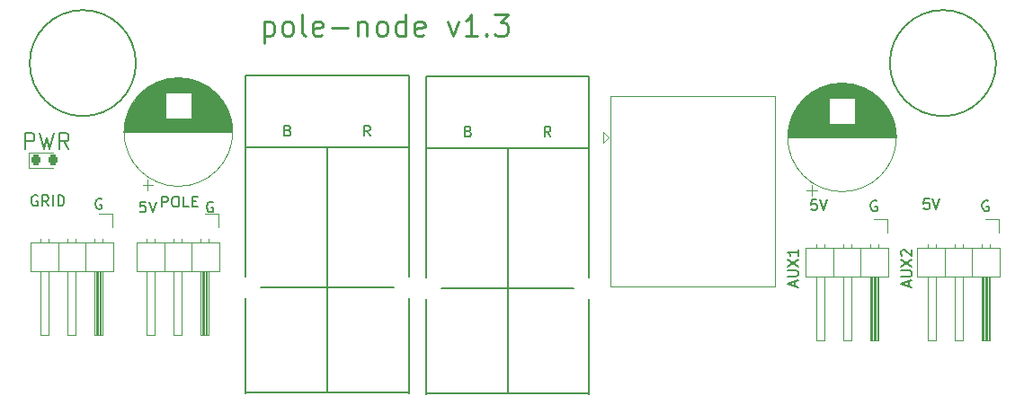
<source format=gto>
G04 #@! TF.GenerationSoftware,KiCad,Pcbnew,7.0.2-6a45011f42~172~ubuntu22.04.1*
G04 #@! TF.CreationDate,2023-05-09T21:58:52-06:00*
G04 #@! TF.ProjectId,pole-node,706f6c65-2d6e-46f6-9465-2e6b69636164,rev?*
G04 #@! TF.SameCoordinates,Original*
G04 #@! TF.FileFunction,Legend,Top*
G04 #@! TF.FilePolarity,Positive*
%FSLAX46Y46*%
G04 Gerber Fmt 4.6, Leading zero omitted, Abs format (unit mm)*
G04 Created by KiCad (PCBNEW 7.0.2-6a45011f42~172~ubuntu22.04.1) date 2023-05-09 21:58:52*
%MOMM*%
%LPD*%
G01*
G04 APERTURE LIST*
G04 Aperture macros list*
%AMRoundRect*
0 Rectangle with rounded corners*
0 $1 Rounding radius*
0 $2 $3 $4 $5 $6 $7 $8 $9 X,Y pos of 4 corners*
0 Add a 4 corners polygon primitive as box body*
4,1,4,$2,$3,$4,$5,$6,$7,$8,$9,$2,$3,0*
0 Add four circle primitives for the rounded corners*
1,1,$1+$1,$2,$3*
1,1,$1+$1,$4,$5*
1,1,$1+$1,$6,$7*
1,1,$1+$1,$8,$9*
0 Add four rect primitives between the rounded corners*
20,1,$1+$1,$2,$3,$4,$5,0*
20,1,$1+$1,$4,$5,$6,$7,0*
20,1,$1+$1,$6,$7,$8,$9,0*
20,1,$1+$1,$8,$9,$2,$3,0*%
G04 Aperture macros list end*
%ADD10C,0.150000*%
%ADD11C,0.200000*%
%ADD12C,0.250000*%
%ADD13C,0.120000*%
%ADD14R,2.000000X2.000000*%
%ADD15C,2.000000*%
%ADD16R,1.700000X1.700000*%
%ADD17O,1.700000X1.700000*%
%ADD18O,6.030000X2.070000*%
%ADD19C,5.200000*%
%ADD20C,3.200000*%
%ADD21R,1.500000X1.500000*%
%ADD22C,1.500000*%
%ADD23RoundRect,0.218750X-0.218750X-0.256250X0.218750X-0.256250X0.218750X0.256250X-0.218750X0.256250X0*%
G04 APERTURE END LIST*
D10*
X45261904Y-68810238D02*
X45166666Y-68762619D01*
X45166666Y-68762619D02*
X45023809Y-68762619D01*
X45023809Y-68762619D02*
X44880952Y-68810238D01*
X44880952Y-68810238D02*
X44785714Y-68905476D01*
X44785714Y-68905476D02*
X44738095Y-69000714D01*
X44738095Y-69000714D02*
X44690476Y-69191190D01*
X44690476Y-69191190D02*
X44690476Y-69334047D01*
X44690476Y-69334047D02*
X44738095Y-69524523D01*
X44738095Y-69524523D02*
X44785714Y-69619761D01*
X44785714Y-69619761D02*
X44880952Y-69715000D01*
X44880952Y-69715000D02*
X45023809Y-69762619D01*
X45023809Y-69762619D02*
X45119047Y-69762619D01*
X45119047Y-69762619D02*
X45261904Y-69715000D01*
X45261904Y-69715000D02*
X45309523Y-69667380D01*
X45309523Y-69667380D02*
X45309523Y-69334047D01*
X45309523Y-69334047D02*
X45119047Y-69334047D01*
X39223809Y-68510238D02*
X39128571Y-68462619D01*
X39128571Y-68462619D02*
X38985714Y-68462619D01*
X38985714Y-68462619D02*
X38842857Y-68510238D01*
X38842857Y-68510238D02*
X38747619Y-68605476D01*
X38747619Y-68605476D02*
X38700000Y-68700714D01*
X38700000Y-68700714D02*
X38652381Y-68891190D01*
X38652381Y-68891190D02*
X38652381Y-69034047D01*
X38652381Y-69034047D02*
X38700000Y-69224523D01*
X38700000Y-69224523D02*
X38747619Y-69319761D01*
X38747619Y-69319761D02*
X38842857Y-69415000D01*
X38842857Y-69415000D02*
X38985714Y-69462619D01*
X38985714Y-69462619D02*
X39080952Y-69462619D01*
X39080952Y-69462619D02*
X39223809Y-69415000D01*
X39223809Y-69415000D02*
X39271428Y-69367380D01*
X39271428Y-69367380D02*
X39271428Y-69034047D01*
X39271428Y-69034047D02*
X39080952Y-69034047D01*
X40271428Y-69462619D02*
X39938095Y-68986428D01*
X39700000Y-69462619D02*
X39700000Y-68462619D01*
X39700000Y-68462619D02*
X40080952Y-68462619D01*
X40080952Y-68462619D02*
X40176190Y-68510238D01*
X40176190Y-68510238D02*
X40223809Y-68557857D01*
X40223809Y-68557857D02*
X40271428Y-68653095D01*
X40271428Y-68653095D02*
X40271428Y-68795952D01*
X40271428Y-68795952D02*
X40223809Y-68891190D01*
X40223809Y-68891190D02*
X40176190Y-68938809D01*
X40176190Y-68938809D02*
X40080952Y-68986428D01*
X40080952Y-68986428D02*
X39700000Y-68986428D01*
X40700000Y-69462619D02*
X40700000Y-68462619D01*
X41176190Y-69462619D02*
X41176190Y-68462619D01*
X41176190Y-68462619D02*
X41414285Y-68462619D01*
X41414285Y-68462619D02*
X41557142Y-68510238D01*
X41557142Y-68510238D02*
X41652380Y-68605476D01*
X41652380Y-68605476D02*
X41699999Y-68700714D01*
X41699999Y-68700714D02*
X41747618Y-68891190D01*
X41747618Y-68891190D02*
X41747618Y-69034047D01*
X41747618Y-69034047D02*
X41699999Y-69224523D01*
X41699999Y-69224523D02*
X41652380Y-69319761D01*
X41652380Y-69319761D02*
X41557142Y-69415000D01*
X41557142Y-69415000D02*
X41414285Y-69462619D01*
X41414285Y-69462619D02*
X41176190Y-69462619D01*
D11*
X38099999Y-64093928D02*
X38099999Y-62593928D01*
X38099999Y-62593928D02*
X38671428Y-62593928D01*
X38671428Y-62593928D02*
X38814285Y-62665357D01*
X38814285Y-62665357D02*
X38885714Y-62736785D01*
X38885714Y-62736785D02*
X38957142Y-62879642D01*
X38957142Y-62879642D02*
X38957142Y-63093928D01*
X38957142Y-63093928D02*
X38885714Y-63236785D01*
X38885714Y-63236785D02*
X38814285Y-63308214D01*
X38814285Y-63308214D02*
X38671428Y-63379642D01*
X38671428Y-63379642D02*
X38099999Y-63379642D01*
X39457142Y-62593928D02*
X39814285Y-64093928D01*
X39814285Y-64093928D02*
X40099999Y-63022500D01*
X40099999Y-63022500D02*
X40385714Y-64093928D01*
X40385714Y-64093928D02*
X40742857Y-62593928D01*
X42171428Y-64093928D02*
X41671428Y-63379642D01*
X41314285Y-64093928D02*
X41314285Y-62593928D01*
X41314285Y-62593928D02*
X41885714Y-62593928D01*
X41885714Y-62593928D02*
X42028571Y-62665357D01*
X42028571Y-62665357D02*
X42100000Y-62736785D01*
X42100000Y-62736785D02*
X42171428Y-62879642D01*
X42171428Y-62879642D02*
X42171428Y-63093928D01*
X42171428Y-63093928D02*
X42100000Y-63236785D01*
X42100000Y-63236785D02*
X42028571Y-63308214D01*
X42028571Y-63308214D02*
X41885714Y-63379642D01*
X41885714Y-63379642D02*
X41314285Y-63379642D01*
D12*
X60571427Y-52091904D02*
X60571427Y-54091904D01*
X60571427Y-52187142D02*
X60761903Y-52091904D01*
X60761903Y-52091904D02*
X61142856Y-52091904D01*
X61142856Y-52091904D02*
X61333332Y-52187142D01*
X61333332Y-52187142D02*
X61428570Y-52282380D01*
X61428570Y-52282380D02*
X61523808Y-52472857D01*
X61523808Y-52472857D02*
X61523808Y-53044285D01*
X61523808Y-53044285D02*
X61428570Y-53234761D01*
X61428570Y-53234761D02*
X61333332Y-53330000D01*
X61333332Y-53330000D02*
X61142856Y-53425238D01*
X61142856Y-53425238D02*
X60761903Y-53425238D01*
X60761903Y-53425238D02*
X60571427Y-53330000D01*
X62666665Y-53425238D02*
X62476189Y-53330000D01*
X62476189Y-53330000D02*
X62380951Y-53234761D01*
X62380951Y-53234761D02*
X62285713Y-53044285D01*
X62285713Y-53044285D02*
X62285713Y-52472857D01*
X62285713Y-52472857D02*
X62380951Y-52282380D01*
X62380951Y-52282380D02*
X62476189Y-52187142D01*
X62476189Y-52187142D02*
X62666665Y-52091904D01*
X62666665Y-52091904D02*
X62952380Y-52091904D01*
X62952380Y-52091904D02*
X63142856Y-52187142D01*
X63142856Y-52187142D02*
X63238094Y-52282380D01*
X63238094Y-52282380D02*
X63333332Y-52472857D01*
X63333332Y-52472857D02*
X63333332Y-53044285D01*
X63333332Y-53044285D02*
X63238094Y-53234761D01*
X63238094Y-53234761D02*
X63142856Y-53330000D01*
X63142856Y-53330000D02*
X62952380Y-53425238D01*
X62952380Y-53425238D02*
X62666665Y-53425238D01*
X64476189Y-53425238D02*
X64285713Y-53330000D01*
X64285713Y-53330000D02*
X64190475Y-53139523D01*
X64190475Y-53139523D02*
X64190475Y-51425238D01*
X65999999Y-53330000D02*
X65809523Y-53425238D01*
X65809523Y-53425238D02*
X65428570Y-53425238D01*
X65428570Y-53425238D02*
X65238094Y-53330000D01*
X65238094Y-53330000D02*
X65142856Y-53139523D01*
X65142856Y-53139523D02*
X65142856Y-52377619D01*
X65142856Y-52377619D02*
X65238094Y-52187142D01*
X65238094Y-52187142D02*
X65428570Y-52091904D01*
X65428570Y-52091904D02*
X65809523Y-52091904D01*
X65809523Y-52091904D02*
X65999999Y-52187142D01*
X65999999Y-52187142D02*
X66095237Y-52377619D01*
X66095237Y-52377619D02*
X66095237Y-52568095D01*
X66095237Y-52568095D02*
X65142856Y-52758571D01*
X66952380Y-52663333D02*
X68476190Y-52663333D01*
X69428570Y-52091904D02*
X69428570Y-53425238D01*
X69428570Y-52282380D02*
X69523808Y-52187142D01*
X69523808Y-52187142D02*
X69714284Y-52091904D01*
X69714284Y-52091904D02*
X69999999Y-52091904D01*
X69999999Y-52091904D02*
X70190475Y-52187142D01*
X70190475Y-52187142D02*
X70285713Y-52377619D01*
X70285713Y-52377619D02*
X70285713Y-53425238D01*
X71523808Y-53425238D02*
X71333332Y-53330000D01*
X71333332Y-53330000D02*
X71238094Y-53234761D01*
X71238094Y-53234761D02*
X71142856Y-53044285D01*
X71142856Y-53044285D02*
X71142856Y-52472857D01*
X71142856Y-52472857D02*
X71238094Y-52282380D01*
X71238094Y-52282380D02*
X71333332Y-52187142D01*
X71333332Y-52187142D02*
X71523808Y-52091904D01*
X71523808Y-52091904D02*
X71809523Y-52091904D01*
X71809523Y-52091904D02*
X71999999Y-52187142D01*
X71999999Y-52187142D02*
X72095237Y-52282380D01*
X72095237Y-52282380D02*
X72190475Y-52472857D01*
X72190475Y-52472857D02*
X72190475Y-53044285D01*
X72190475Y-53044285D02*
X72095237Y-53234761D01*
X72095237Y-53234761D02*
X71999999Y-53330000D01*
X71999999Y-53330000D02*
X71809523Y-53425238D01*
X71809523Y-53425238D02*
X71523808Y-53425238D01*
X73904761Y-53425238D02*
X73904761Y-51425238D01*
X73904761Y-53330000D02*
X73714285Y-53425238D01*
X73714285Y-53425238D02*
X73333332Y-53425238D01*
X73333332Y-53425238D02*
X73142856Y-53330000D01*
X73142856Y-53330000D02*
X73047618Y-53234761D01*
X73047618Y-53234761D02*
X72952380Y-53044285D01*
X72952380Y-53044285D02*
X72952380Y-52472857D01*
X72952380Y-52472857D02*
X73047618Y-52282380D01*
X73047618Y-52282380D02*
X73142856Y-52187142D01*
X73142856Y-52187142D02*
X73333332Y-52091904D01*
X73333332Y-52091904D02*
X73714285Y-52091904D01*
X73714285Y-52091904D02*
X73904761Y-52187142D01*
X75619047Y-53330000D02*
X75428571Y-53425238D01*
X75428571Y-53425238D02*
X75047618Y-53425238D01*
X75047618Y-53425238D02*
X74857142Y-53330000D01*
X74857142Y-53330000D02*
X74761904Y-53139523D01*
X74761904Y-53139523D02*
X74761904Y-52377619D01*
X74761904Y-52377619D02*
X74857142Y-52187142D01*
X74857142Y-52187142D02*
X75047618Y-52091904D01*
X75047618Y-52091904D02*
X75428571Y-52091904D01*
X75428571Y-52091904D02*
X75619047Y-52187142D01*
X75619047Y-52187142D02*
X75714285Y-52377619D01*
X75714285Y-52377619D02*
X75714285Y-52568095D01*
X75714285Y-52568095D02*
X74761904Y-52758571D01*
X77904762Y-52091904D02*
X78380952Y-53425238D01*
X78380952Y-53425238D02*
X78857143Y-52091904D01*
X80666667Y-53425238D02*
X79523810Y-53425238D01*
X80095238Y-53425238D02*
X80095238Y-51425238D01*
X80095238Y-51425238D02*
X79904762Y-51710952D01*
X79904762Y-51710952D02*
X79714286Y-51901428D01*
X79714286Y-51901428D02*
X79523810Y-51996666D01*
X81523810Y-53234761D02*
X81619048Y-53330000D01*
X81619048Y-53330000D02*
X81523810Y-53425238D01*
X81523810Y-53425238D02*
X81428572Y-53330000D01*
X81428572Y-53330000D02*
X81523810Y-53234761D01*
X81523810Y-53234761D02*
X81523810Y-53425238D01*
X82285715Y-51425238D02*
X83523810Y-51425238D01*
X83523810Y-51425238D02*
X82857143Y-52187142D01*
X82857143Y-52187142D02*
X83142858Y-52187142D01*
X83142858Y-52187142D02*
X83333334Y-52282380D01*
X83333334Y-52282380D02*
X83428572Y-52377619D01*
X83428572Y-52377619D02*
X83523810Y-52568095D01*
X83523810Y-52568095D02*
X83523810Y-53044285D01*
X83523810Y-53044285D02*
X83428572Y-53234761D01*
X83428572Y-53234761D02*
X83333334Y-53330000D01*
X83333334Y-53330000D02*
X83142858Y-53425238D01*
X83142858Y-53425238D02*
X82571429Y-53425238D01*
X82571429Y-53425238D02*
X82380953Y-53330000D01*
X82380953Y-53330000D02*
X82285715Y-53234761D01*
D10*
X123209523Y-68762619D02*
X122733333Y-68762619D01*
X122733333Y-68762619D02*
X122685714Y-69238809D01*
X122685714Y-69238809D02*
X122733333Y-69191190D01*
X122733333Y-69191190D02*
X122828571Y-69143571D01*
X122828571Y-69143571D02*
X123066666Y-69143571D01*
X123066666Y-69143571D02*
X123161904Y-69191190D01*
X123161904Y-69191190D02*
X123209523Y-69238809D01*
X123209523Y-69238809D02*
X123257142Y-69334047D01*
X123257142Y-69334047D02*
X123257142Y-69572142D01*
X123257142Y-69572142D02*
X123209523Y-69667380D01*
X123209523Y-69667380D02*
X123161904Y-69715000D01*
X123161904Y-69715000D02*
X123066666Y-69762619D01*
X123066666Y-69762619D02*
X122828571Y-69762619D01*
X122828571Y-69762619D02*
X122733333Y-69715000D01*
X122733333Y-69715000D02*
X122685714Y-69667380D01*
X123542857Y-68762619D02*
X123876190Y-69762619D01*
X123876190Y-69762619D02*
X124209523Y-68762619D01*
X112609523Y-68862619D02*
X112133333Y-68862619D01*
X112133333Y-68862619D02*
X112085714Y-69338809D01*
X112085714Y-69338809D02*
X112133333Y-69291190D01*
X112133333Y-69291190D02*
X112228571Y-69243571D01*
X112228571Y-69243571D02*
X112466666Y-69243571D01*
X112466666Y-69243571D02*
X112561904Y-69291190D01*
X112561904Y-69291190D02*
X112609523Y-69338809D01*
X112609523Y-69338809D02*
X112657142Y-69434047D01*
X112657142Y-69434047D02*
X112657142Y-69672142D01*
X112657142Y-69672142D02*
X112609523Y-69767380D01*
X112609523Y-69767380D02*
X112561904Y-69815000D01*
X112561904Y-69815000D02*
X112466666Y-69862619D01*
X112466666Y-69862619D02*
X112228571Y-69862619D01*
X112228571Y-69862619D02*
X112133333Y-69815000D01*
X112133333Y-69815000D02*
X112085714Y-69767380D01*
X112942857Y-68862619D02*
X113276190Y-69862619D01*
X113276190Y-69862619D02*
X113609523Y-68862619D01*
X49409523Y-69062619D02*
X48933333Y-69062619D01*
X48933333Y-69062619D02*
X48885714Y-69538809D01*
X48885714Y-69538809D02*
X48933333Y-69491190D01*
X48933333Y-69491190D02*
X49028571Y-69443571D01*
X49028571Y-69443571D02*
X49266666Y-69443571D01*
X49266666Y-69443571D02*
X49361904Y-69491190D01*
X49361904Y-69491190D02*
X49409523Y-69538809D01*
X49409523Y-69538809D02*
X49457142Y-69634047D01*
X49457142Y-69634047D02*
X49457142Y-69872142D01*
X49457142Y-69872142D02*
X49409523Y-69967380D01*
X49409523Y-69967380D02*
X49361904Y-70015000D01*
X49361904Y-70015000D02*
X49266666Y-70062619D01*
X49266666Y-70062619D02*
X49028571Y-70062619D01*
X49028571Y-70062619D02*
X48933333Y-70015000D01*
X48933333Y-70015000D02*
X48885714Y-69967380D01*
X49742857Y-69062619D02*
X50076190Y-70062619D01*
X50076190Y-70062619D02*
X50409523Y-69062619D01*
X121276904Y-77014285D02*
X121276904Y-76538095D01*
X121562619Y-77109523D02*
X120562619Y-76776190D01*
X120562619Y-76776190D02*
X121562619Y-76442857D01*
X120562619Y-76109523D02*
X121372142Y-76109523D01*
X121372142Y-76109523D02*
X121467380Y-76061904D01*
X121467380Y-76061904D02*
X121515000Y-76014285D01*
X121515000Y-76014285D02*
X121562619Y-75919047D01*
X121562619Y-75919047D02*
X121562619Y-75728571D01*
X121562619Y-75728571D02*
X121515000Y-75633333D01*
X121515000Y-75633333D02*
X121467380Y-75585714D01*
X121467380Y-75585714D02*
X121372142Y-75538095D01*
X121372142Y-75538095D02*
X120562619Y-75538095D01*
X120562619Y-75157142D02*
X121562619Y-74490476D01*
X120562619Y-74490476D02*
X121562619Y-75157142D01*
X120657857Y-74157142D02*
X120610238Y-74109523D01*
X120610238Y-74109523D02*
X120562619Y-74014285D01*
X120562619Y-74014285D02*
X120562619Y-73776190D01*
X120562619Y-73776190D02*
X120610238Y-73680952D01*
X120610238Y-73680952D02*
X120657857Y-73633333D01*
X120657857Y-73633333D02*
X120753095Y-73585714D01*
X120753095Y-73585714D02*
X120848333Y-73585714D01*
X120848333Y-73585714D02*
X120991190Y-73633333D01*
X120991190Y-73633333D02*
X121562619Y-74204761D01*
X121562619Y-74204761D02*
X121562619Y-73585714D01*
X110576904Y-77014285D02*
X110576904Y-76538095D01*
X110862619Y-77109523D02*
X109862619Y-76776190D01*
X109862619Y-76776190D02*
X110862619Y-76442857D01*
X109862619Y-76109523D02*
X110672142Y-76109523D01*
X110672142Y-76109523D02*
X110767380Y-76061904D01*
X110767380Y-76061904D02*
X110815000Y-76014285D01*
X110815000Y-76014285D02*
X110862619Y-75919047D01*
X110862619Y-75919047D02*
X110862619Y-75728571D01*
X110862619Y-75728571D02*
X110815000Y-75633333D01*
X110815000Y-75633333D02*
X110767380Y-75585714D01*
X110767380Y-75585714D02*
X110672142Y-75538095D01*
X110672142Y-75538095D02*
X109862619Y-75538095D01*
X109862619Y-75157142D02*
X110862619Y-74490476D01*
X109862619Y-74490476D02*
X110862619Y-75157142D01*
X110862619Y-73585714D02*
X110862619Y-74157142D01*
X110862619Y-73871428D02*
X109862619Y-73871428D01*
X109862619Y-73871428D02*
X110005476Y-73966666D01*
X110005476Y-73966666D02*
X110100714Y-74061904D01*
X110100714Y-74061904D02*
X110148333Y-74157142D01*
X50957143Y-69562619D02*
X50957143Y-68562619D01*
X50957143Y-68562619D02*
X51338095Y-68562619D01*
X51338095Y-68562619D02*
X51433333Y-68610238D01*
X51433333Y-68610238D02*
X51480952Y-68657857D01*
X51480952Y-68657857D02*
X51528571Y-68753095D01*
X51528571Y-68753095D02*
X51528571Y-68895952D01*
X51528571Y-68895952D02*
X51480952Y-68991190D01*
X51480952Y-68991190D02*
X51433333Y-69038809D01*
X51433333Y-69038809D02*
X51338095Y-69086428D01*
X51338095Y-69086428D02*
X50957143Y-69086428D01*
X52147619Y-68562619D02*
X52338095Y-68562619D01*
X52338095Y-68562619D02*
X52433333Y-68610238D01*
X52433333Y-68610238D02*
X52528571Y-68705476D01*
X52528571Y-68705476D02*
X52576190Y-68895952D01*
X52576190Y-68895952D02*
X52576190Y-69229285D01*
X52576190Y-69229285D02*
X52528571Y-69419761D01*
X52528571Y-69419761D02*
X52433333Y-69515000D01*
X52433333Y-69515000D02*
X52338095Y-69562619D01*
X52338095Y-69562619D02*
X52147619Y-69562619D01*
X52147619Y-69562619D02*
X52052381Y-69515000D01*
X52052381Y-69515000D02*
X51957143Y-69419761D01*
X51957143Y-69419761D02*
X51909524Y-69229285D01*
X51909524Y-69229285D02*
X51909524Y-68895952D01*
X51909524Y-68895952D02*
X51957143Y-68705476D01*
X51957143Y-68705476D02*
X52052381Y-68610238D01*
X52052381Y-68610238D02*
X52147619Y-68562619D01*
X53480952Y-69562619D02*
X53004762Y-69562619D01*
X53004762Y-69562619D02*
X53004762Y-68562619D01*
X53814286Y-69038809D02*
X54147619Y-69038809D01*
X54290476Y-69562619D02*
X53814286Y-69562619D01*
X53814286Y-69562619D02*
X53814286Y-68562619D01*
X53814286Y-68562619D02*
X54290476Y-68562619D01*
X128761904Y-69010238D02*
X128666666Y-68962619D01*
X128666666Y-68962619D02*
X128523809Y-68962619D01*
X128523809Y-68962619D02*
X128380952Y-69010238D01*
X128380952Y-69010238D02*
X128285714Y-69105476D01*
X128285714Y-69105476D02*
X128238095Y-69200714D01*
X128238095Y-69200714D02*
X128190476Y-69391190D01*
X128190476Y-69391190D02*
X128190476Y-69534047D01*
X128190476Y-69534047D02*
X128238095Y-69724523D01*
X128238095Y-69724523D02*
X128285714Y-69819761D01*
X128285714Y-69819761D02*
X128380952Y-69915000D01*
X128380952Y-69915000D02*
X128523809Y-69962619D01*
X128523809Y-69962619D02*
X128619047Y-69962619D01*
X128619047Y-69962619D02*
X128761904Y-69915000D01*
X128761904Y-69915000D02*
X128809523Y-69867380D01*
X128809523Y-69867380D02*
X128809523Y-69534047D01*
X128809523Y-69534047D02*
X128619047Y-69534047D01*
X118261904Y-69010238D02*
X118166666Y-68962619D01*
X118166666Y-68962619D02*
X118023809Y-68962619D01*
X118023809Y-68962619D02*
X117880952Y-69010238D01*
X117880952Y-69010238D02*
X117785714Y-69105476D01*
X117785714Y-69105476D02*
X117738095Y-69200714D01*
X117738095Y-69200714D02*
X117690476Y-69391190D01*
X117690476Y-69391190D02*
X117690476Y-69534047D01*
X117690476Y-69534047D02*
X117738095Y-69724523D01*
X117738095Y-69724523D02*
X117785714Y-69819761D01*
X117785714Y-69819761D02*
X117880952Y-69915000D01*
X117880952Y-69915000D02*
X118023809Y-69962619D01*
X118023809Y-69962619D02*
X118119047Y-69962619D01*
X118119047Y-69962619D02*
X118261904Y-69915000D01*
X118261904Y-69915000D02*
X118309523Y-69867380D01*
X118309523Y-69867380D02*
X118309523Y-69534047D01*
X118309523Y-69534047D02*
X118119047Y-69534047D01*
X55761904Y-69110238D02*
X55666666Y-69062619D01*
X55666666Y-69062619D02*
X55523809Y-69062619D01*
X55523809Y-69062619D02*
X55380952Y-69110238D01*
X55380952Y-69110238D02*
X55285714Y-69205476D01*
X55285714Y-69205476D02*
X55238095Y-69300714D01*
X55238095Y-69300714D02*
X55190476Y-69491190D01*
X55190476Y-69491190D02*
X55190476Y-69634047D01*
X55190476Y-69634047D02*
X55238095Y-69824523D01*
X55238095Y-69824523D02*
X55285714Y-69919761D01*
X55285714Y-69919761D02*
X55380952Y-70015000D01*
X55380952Y-70015000D02*
X55523809Y-70062619D01*
X55523809Y-70062619D02*
X55619047Y-70062619D01*
X55619047Y-70062619D02*
X55761904Y-70015000D01*
X55761904Y-70015000D02*
X55809523Y-69967380D01*
X55809523Y-69967380D02*
X55809523Y-69634047D01*
X55809523Y-69634047D02*
X55619047Y-69634047D01*
X87559523Y-62962619D02*
X87226190Y-62486428D01*
X86988095Y-62962619D02*
X86988095Y-61962619D01*
X86988095Y-61962619D02*
X87369047Y-61962619D01*
X87369047Y-61962619D02*
X87464285Y-62010238D01*
X87464285Y-62010238D02*
X87511904Y-62057857D01*
X87511904Y-62057857D02*
X87559523Y-62153095D01*
X87559523Y-62153095D02*
X87559523Y-62295952D01*
X87559523Y-62295952D02*
X87511904Y-62391190D01*
X87511904Y-62391190D02*
X87464285Y-62438809D01*
X87464285Y-62438809D02*
X87369047Y-62486428D01*
X87369047Y-62486428D02*
X86988095Y-62486428D01*
X79821428Y-62438809D02*
X79964285Y-62486428D01*
X79964285Y-62486428D02*
X80011904Y-62534047D01*
X80011904Y-62534047D02*
X80059523Y-62629285D01*
X80059523Y-62629285D02*
X80059523Y-62772142D01*
X80059523Y-62772142D02*
X80011904Y-62867380D01*
X80011904Y-62867380D02*
X79964285Y-62915000D01*
X79964285Y-62915000D02*
X79869047Y-62962619D01*
X79869047Y-62962619D02*
X79488095Y-62962619D01*
X79488095Y-62962619D02*
X79488095Y-61962619D01*
X79488095Y-61962619D02*
X79821428Y-61962619D01*
X79821428Y-61962619D02*
X79916666Y-62010238D01*
X79916666Y-62010238D02*
X79964285Y-62057857D01*
X79964285Y-62057857D02*
X80011904Y-62153095D01*
X80011904Y-62153095D02*
X80011904Y-62248333D01*
X80011904Y-62248333D02*
X79964285Y-62343571D01*
X79964285Y-62343571D02*
X79916666Y-62391190D01*
X79916666Y-62391190D02*
X79821428Y-62438809D01*
X79821428Y-62438809D02*
X79488095Y-62438809D01*
X70559523Y-62872619D02*
X70226190Y-62396428D01*
X69988095Y-62872619D02*
X69988095Y-61872619D01*
X69988095Y-61872619D02*
X70369047Y-61872619D01*
X70369047Y-61872619D02*
X70464285Y-61920238D01*
X70464285Y-61920238D02*
X70511904Y-61967857D01*
X70511904Y-61967857D02*
X70559523Y-62063095D01*
X70559523Y-62063095D02*
X70559523Y-62205952D01*
X70559523Y-62205952D02*
X70511904Y-62301190D01*
X70511904Y-62301190D02*
X70464285Y-62348809D01*
X70464285Y-62348809D02*
X70369047Y-62396428D01*
X70369047Y-62396428D02*
X69988095Y-62396428D01*
X62821428Y-62348809D02*
X62964285Y-62396428D01*
X62964285Y-62396428D02*
X63011904Y-62444047D01*
X63011904Y-62444047D02*
X63059523Y-62539285D01*
X63059523Y-62539285D02*
X63059523Y-62682142D01*
X63059523Y-62682142D02*
X63011904Y-62777380D01*
X63011904Y-62777380D02*
X62964285Y-62825000D01*
X62964285Y-62825000D02*
X62869047Y-62872619D01*
X62869047Y-62872619D02*
X62488095Y-62872619D01*
X62488095Y-62872619D02*
X62488095Y-61872619D01*
X62488095Y-61872619D02*
X62821428Y-61872619D01*
X62821428Y-61872619D02*
X62916666Y-61920238D01*
X62916666Y-61920238D02*
X62964285Y-61967857D01*
X62964285Y-61967857D02*
X63011904Y-62063095D01*
X63011904Y-62063095D02*
X63011904Y-62158333D01*
X63011904Y-62158333D02*
X62964285Y-62253571D01*
X62964285Y-62253571D02*
X62916666Y-62301190D01*
X62916666Y-62301190D02*
X62821428Y-62348809D01*
X62821428Y-62348809D02*
X62488095Y-62348809D01*
D13*
X57620000Y-62500000D02*
G75*
G03*
X57620000Y-62500000I-5120000J0D01*
G01*
X47420000Y-62500000D02*
X57580000Y-62500000D01*
X47420000Y-62460000D02*
X57580000Y-62460000D01*
X47420000Y-62420000D02*
X57580000Y-62420000D01*
X47421000Y-62380000D02*
X57579000Y-62380000D01*
X47422000Y-62340000D02*
X57578000Y-62340000D01*
X47423000Y-62300000D02*
X57577000Y-62300000D01*
X47425000Y-62260000D02*
X57575000Y-62260000D01*
X47427000Y-62220000D02*
X57573000Y-62220000D01*
X47430000Y-62180000D02*
X57570000Y-62180000D01*
X47432000Y-62140000D02*
X57568000Y-62140000D01*
X47435000Y-62100000D02*
X57565000Y-62100000D01*
X47438000Y-62060000D02*
X57562000Y-62060000D01*
X47442000Y-62020000D02*
X57558000Y-62020000D01*
X47446000Y-61980000D02*
X57554000Y-61980000D01*
X47450000Y-61940000D02*
X57550000Y-61940000D01*
X47455000Y-61900000D02*
X57545000Y-61900000D01*
X47460000Y-61860000D02*
X57540000Y-61860000D01*
X47465000Y-61820000D02*
X57535000Y-61820000D01*
X47470000Y-61779000D02*
X57530000Y-61779000D01*
X47476000Y-61739000D02*
X57524000Y-61739000D01*
X47482000Y-61699000D02*
X57518000Y-61699000D01*
X47489000Y-61659000D02*
X57511000Y-61659000D01*
X47496000Y-61619000D02*
X57504000Y-61619000D01*
X47503000Y-61579000D02*
X57497000Y-61579000D01*
X47510000Y-61539000D02*
X57490000Y-61539000D01*
X47518000Y-61499000D02*
X57482000Y-61499000D01*
X47526000Y-61459000D02*
X57474000Y-61459000D01*
X47535000Y-61419000D02*
X57465000Y-61419000D01*
X47544000Y-61379000D02*
X57456000Y-61379000D01*
X47553000Y-61339000D02*
X57447000Y-61339000D01*
X47562000Y-61299000D02*
X57438000Y-61299000D01*
X47572000Y-61259000D02*
X57428000Y-61259000D01*
X47582000Y-61219000D02*
X51259000Y-61219000D01*
X53741000Y-61219000D02*
X57418000Y-61219000D01*
X47593000Y-61179000D02*
X51259000Y-61179000D01*
X53741000Y-61179000D02*
X57407000Y-61179000D01*
X47603000Y-61139000D02*
X51259000Y-61139000D01*
X53741000Y-61139000D02*
X57397000Y-61139000D01*
X47615000Y-61099000D02*
X51259000Y-61099000D01*
X53741000Y-61099000D02*
X57385000Y-61099000D01*
X47626000Y-61059000D02*
X51259000Y-61059000D01*
X53741000Y-61059000D02*
X57374000Y-61059000D01*
X47638000Y-61019000D02*
X51259000Y-61019000D01*
X53741000Y-61019000D02*
X57362000Y-61019000D01*
X47650000Y-60979000D02*
X51259000Y-60979000D01*
X53741000Y-60979000D02*
X57350000Y-60979000D01*
X47663000Y-60939000D02*
X51259000Y-60939000D01*
X53741000Y-60939000D02*
X57337000Y-60939000D01*
X47676000Y-60899000D02*
X51259000Y-60899000D01*
X53741000Y-60899000D02*
X57324000Y-60899000D01*
X47689000Y-60859000D02*
X51259000Y-60859000D01*
X53741000Y-60859000D02*
X57311000Y-60859000D01*
X47703000Y-60819000D02*
X51259000Y-60819000D01*
X53741000Y-60819000D02*
X57297000Y-60819000D01*
X47717000Y-60779000D02*
X51259000Y-60779000D01*
X53741000Y-60779000D02*
X57283000Y-60779000D01*
X47732000Y-60739000D02*
X51259000Y-60739000D01*
X53741000Y-60739000D02*
X57268000Y-60739000D01*
X47746000Y-60699000D02*
X51259000Y-60699000D01*
X53741000Y-60699000D02*
X57254000Y-60699000D01*
X47762000Y-60659000D02*
X51259000Y-60659000D01*
X53741000Y-60659000D02*
X57238000Y-60659000D01*
X47777000Y-60619000D02*
X51259000Y-60619000D01*
X53741000Y-60619000D02*
X57223000Y-60619000D01*
X47793000Y-60579000D02*
X51259000Y-60579000D01*
X53741000Y-60579000D02*
X57207000Y-60579000D01*
X47810000Y-60539000D02*
X51259000Y-60539000D01*
X53741000Y-60539000D02*
X57190000Y-60539000D01*
X47826000Y-60499000D02*
X51259000Y-60499000D01*
X53741000Y-60499000D02*
X57174000Y-60499000D01*
X47843000Y-60459000D02*
X51259000Y-60459000D01*
X53741000Y-60459000D02*
X57157000Y-60459000D01*
X47861000Y-60419000D02*
X51259000Y-60419000D01*
X53741000Y-60419000D02*
X57139000Y-60419000D01*
X47879000Y-60379000D02*
X51259000Y-60379000D01*
X53741000Y-60379000D02*
X57121000Y-60379000D01*
X47897000Y-60339000D02*
X51259000Y-60339000D01*
X53741000Y-60339000D02*
X57103000Y-60339000D01*
X47916000Y-60299000D02*
X51259000Y-60299000D01*
X53741000Y-60299000D02*
X57084000Y-60299000D01*
X47936000Y-60259000D02*
X51259000Y-60259000D01*
X53741000Y-60259000D02*
X57064000Y-60259000D01*
X47955000Y-60219000D02*
X51259000Y-60219000D01*
X53741000Y-60219000D02*
X57045000Y-60219000D01*
X47975000Y-60179000D02*
X51259000Y-60179000D01*
X53741000Y-60179000D02*
X57025000Y-60179000D01*
X47996000Y-60139000D02*
X51259000Y-60139000D01*
X53741000Y-60139000D02*
X57004000Y-60139000D01*
X48017000Y-60099000D02*
X51259000Y-60099000D01*
X53741000Y-60099000D02*
X56983000Y-60099000D01*
X48038000Y-60059000D02*
X51259000Y-60059000D01*
X53741000Y-60059000D02*
X56962000Y-60059000D01*
X48060000Y-60019000D02*
X51259000Y-60019000D01*
X53741000Y-60019000D02*
X56940000Y-60019000D01*
X48083000Y-59979000D02*
X51259000Y-59979000D01*
X53741000Y-59979000D02*
X56917000Y-59979000D01*
X48105000Y-59939000D02*
X51259000Y-59939000D01*
X53741000Y-59939000D02*
X56895000Y-59939000D01*
X48129000Y-59899000D02*
X51259000Y-59899000D01*
X53741000Y-59899000D02*
X56871000Y-59899000D01*
X48153000Y-59859000D02*
X51259000Y-59859000D01*
X53741000Y-59859000D02*
X56847000Y-59859000D01*
X48177000Y-59819000D02*
X51259000Y-59819000D01*
X53741000Y-59819000D02*
X56823000Y-59819000D01*
X48202000Y-59779000D02*
X51259000Y-59779000D01*
X53741000Y-59779000D02*
X56798000Y-59779000D01*
X48227000Y-59739000D02*
X51259000Y-59739000D01*
X53741000Y-59739000D02*
X56773000Y-59739000D01*
X48253000Y-59699000D02*
X51259000Y-59699000D01*
X53741000Y-59699000D02*
X56747000Y-59699000D01*
X48279000Y-59659000D02*
X51259000Y-59659000D01*
X53741000Y-59659000D02*
X56721000Y-59659000D01*
X48306000Y-59619000D02*
X51259000Y-59619000D01*
X53741000Y-59619000D02*
X56694000Y-59619000D01*
X48334000Y-59579000D02*
X51259000Y-59579000D01*
X53741000Y-59579000D02*
X56666000Y-59579000D01*
X48362000Y-59539000D02*
X51259000Y-59539000D01*
X53741000Y-59539000D02*
X56638000Y-59539000D01*
X48390000Y-59499000D02*
X51259000Y-59499000D01*
X53741000Y-59499000D02*
X56610000Y-59499000D01*
X48420000Y-59459000D02*
X51259000Y-59459000D01*
X53741000Y-59459000D02*
X56580000Y-59459000D01*
X48450000Y-59419000D02*
X51259000Y-59419000D01*
X53741000Y-59419000D02*
X56550000Y-59419000D01*
X48480000Y-59379000D02*
X51259000Y-59379000D01*
X53741000Y-59379000D02*
X56520000Y-59379000D01*
X48511000Y-59339000D02*
X51259000Y-59339000D01*
X53741000Y-59339000D02*
X56489000Y-59339000D01*
X48543000Y-59299000D02*
X51259000Y-59299000D01*
X53741000Y-59299000D02*
X56457000Y-59299000D01*
X48575000Y-59259000D02*
X51259000Y-59259000D01*
X53741000Y-59259000D02*
X56425000Y-59259000D01*
X48608000Y-59219000D02*
X51259000Y-59219000D01*
X53741000Y-59219000D02*
X56392000Y-59219000D01*
X48642000Y-59179000D02*
X51259000Y-59179000D01*
X53741000Y-59179000D02*
X56358000Y-59179000D01*
X48676000Y-59139000D02*
X51259000Y-59139000D01*
X53741000Y-59139000D02*
X56324000Y-59139000D01*
X48711000Y-59099000D02*
X51259000Y-59099000D01*
X53741000Y-59099000D02*
X56289000Y-59099000D01*
X48747000Y-59059000D02*
X51259000Y-59059000D01*
X53741000Y-59059000D02*
X56253000Y-59059000D01*
X48784000Y-59019000D02*
X51259000Y-59019000D01*
X53741000Y-59019000D02*
X56216000Y-59019000D01*
X48821000Y-58979000D02*
X51259000Y-58979000D01*
X53741000Y-58979000D02*
X56179000Y-58979000D01*
X48860000Y-58939000D02*
X51259000Y-58939000D01*
X53741000Y-58939000D02*
X56140000Y-58939000D01*
X48899000Y-58899000D02*
X51259000Y-58899000D01*
X53741000Y-58899000D02*
X56101000Y-58899000D01*
X48939000Y-58859000D02*
X51259000Y-58859000D01*
X53741000Y-58859000D02*
X56061000Y-58859000D01*
X48980000Y-58819000D02*
X51259000Y-58819000D01*
X53741000Y-58819000D02*
X56020000Y-58819000D01*
X49022000Y-58779000D02*
X51259000Y-58779000D01*
X53741000Y-58779000D02*
X55978000Y-58779000D01*
X49064000Y-58739000D02*
X55936000Y-58739000D01*
X49108000Y-58699000D02*
X55892000Y-58699000D01*
X49153000Y-58659000D02*
X55847000Y-58659000D01*
X49199000Y-58619000D02*
X55801000Y-58619000D01*
X49246000Y-58579000D02*
X55754000Y-58579000D01*
X49294000Y-58539000D02*
X55706000Y-58539000D01*
X49344000Y-58499000D02*
X55656000Y-58499000D01*
X49394000Y-58459000D02*
X55606000Y-58459000D01*
X49446000Y-58419000D02*
X55554000Y-58419000D01*
X49500000Y-58379000D02*
X55500000Y-58379000D01*
X49555000Y-58339000D02*
X55445000Y-58339000D01*
X49611000Y-58299000D02*
X55389000Y-58299000D01*
X49670000Y-58259000D02*
X55330000Y-58259000D01*
X49730000Y-58219000D02*
X55270000Y-58219000D01*
X49791000Y-58179000D02*
X55209000Y-58179000D01*
X49855000Y-58139000D02*
X55145000Y-58139000D01*
X49921000Y-58099000D02*
X55079000Y-58099000D01*
X49990000Y-58059000D02*
X55010000Y-58059000D01*
X50061000Y-58019000D02*
X54939000Y-58019000D01*
X50135000Y-57979000D02*
X54865000Y-57979000D01*
X50211000Y-57939000D02*
X54789000Y-57939000D01*
X50291000Y-57899000D02*
X54709000Y-57899000D01*
X50375000Y-57859000D02*
X54625000Y-57859000D01*
X50463000Y-57819000D02*
X54537000Y-57819000D01*
X50556000Y-57779000D02*
X54444000Y-57779000D01*
X50654000Y-57739000D02*
X54346000Y-57739000D01*
X50758000Y-57699000D02*
X54242000Y-57699000D01*
X50870000Y-57659000D02*
X54130000Y-57659000D01*
X50990000Y-57619000D02*
X54010000Y-57619000D01*
X51122000Y-57579000D02*
X53878000Y-57579000D01*
X51270000Y-57539000D02*
X53730000Y-57539000D01*
X51438000Y-57499000D02*
X53562000Y-57499000D01*
X51638000Y-57459000D02*
X53362000Y-57459000D01*
X51901000Y-57419000D02*
X53099000Y-57419000D01*
X49625000Y-67979646D02*
X49625000Y-66979646D01*
X49125000Y-67479646D02*
X50125000Y-67479646D01*
X120120000Y-63000000D02*
G75*
G03*
X120120000Y-63000000I-5120000J0D01*
G01*
X109920000Y-63000000D02*
X120080000Y-63000000D01*
X109920000Y-62960000D02*
X120080000Y-62960000D01*
X109920000Y-62920000D02*
X120080000Y-62920000D01*
X109921000Y-62880000D02*
X120079000Y-62880000D01*
X109922000Y-62840000D02*
X120078000Y-62840000D01*
X109923000Y-62800000D02*
X120077000Y-62800000D01*
X109925000Y-62760000D02*
X120075000Y-62760000D01*
X109927000Y-62720000D02*
X120073000Y-62720000D01*
X109930000Y-62680000D02*
X120070000Y-62680000D01*
X109932000Y-62640000D02*
X120068000Y-62640000D01*
X109935000Y-62600000D02*
X120065000Y-62600000D01*
X109938000Y-62560000D02*
X120062000Y-62560000D01*
X109942000Y-62520000D02*
X120058000Y-62520000D01*
X109946000Y-62480000D02*
X120054000Y-62480000D01*
X109950000Y-62440000D02*
X120050000Y-62440000D01*
X109955000Y-62400000D02*
X120045000Y-62400000D01*
X109960000Y-62360000D02*
X120040000Y-62360000D01*
X109965000Y-62320000D02*
X120035000Y-62320000D01*
X109970000Y-62279000D02*
X120030000Y-62279000D01*
X109976000Y-62239000D02*
X120024000Y-62239000D01*
X109982000Y-62199000D02*
X120018000Y-62199000D01*
X109989000Y-62159000D02*
X120011000Y-62159000D01*
X109996000Y-62119000D02*
X120004000Y-62119000D01*
X110003000Y-62079000D02*
X119997000Y-62079000D01*
X110010000Y-62039000D02*
X119990000Y-62039000D01*
X110018000Y-61999000D02*
X119982000Y-61999000D01*
X110026000Y-61959000D02*
X119974000Y-61959000D01*
X110035000Y-61919000D02*
X119965000Y-61919000D01*
X110044000Y-61879000D02*
X119956000Y-61879000D01*
X110053000Y-61839000D02*
X119947000Y-61839000D01*
X110062000Y-61799000D02*
X119938000Y-61799000D01*
X110072000Y-61759000D02*
X119928000Y-61759000D01*
X110082000Y-61719000D02*
X113759000Y-61719000D01*
X116241000Y-61719000D02*
X119918000Y-61719000D01*
X110093000Y-61679000D02*
X113759000Y-61679000D01*
X116241000Y-61679000D02*
X119907000Y-61679000D01*
X110103000Y-61639000D02*
X113759000Y-61639000D01*
X116241000Y-61639000D02*
X119897000Y-61639000D01*
X110115000Y-61599000D02*
X113759000Y-61599000D01*
X116241000Y-61599000D02*
X119885000Y-61599000D01*
X110126000Y-61559000D02*
X113759000Y-61559000D01*
X116241000Y-61559000D02*
X119874000Y-61559000D01*
X110138000Y-61519000D02*
X113759000Y-61519000D01*
X116241000Y-61519000D02*
X119862000Y-61519000D01*
X110150000Y-61479000D02*
X113759000Y-61479000D01*
X116241000Y-61479000D02*
X119850000Y-61479000D01*
X110163000Y-61439000D02*
X113759000Y-61439000D01*
X116241000Y-61439000D02*
X119837000Y-61439000D01*
X110176000Y-61399000D02*
X113759000Y-61399000D01*
X116241000Y-61399000D02*
X119824000Y-61399000D01*
X110189000Y-61359000D02*
X113759000Y-61359000D01*
X116241000Y-61359000D02*
X119811000Y-61359000D01*
X110203000Y-61319000D02*
X113759000Y-61319000D01*
X116241000Y-61319000D02*
X119797000Y-61319000D01*
X110217000Y-61279000D02*
X113759000Y-61279000D01*
X116241000Y-61279000D02*
X119783000Y-61279000D01*
X110232000Y-61239000D02*
X113759000Y-61239000D01*
X116241000Y-61239000D02*
X119768000Y-61239000D01*
X110246000Y-61199000D02*
X113759000Y-61199000D01*
X116241000Y-61199000D02*
X119754000Y-61199000D01*
X110262000Y-61159000D02*
X113759000Y-61159000D01*
X116241000Y-61159000D02*
X119738000Y-61159000D01*
X110277000Y-61119000D02*
X113759000Y-61119000D01*
X116241000Y-61119000D02*
X119723000Y-61119000D01*
X110293000Y-61079000D02*
X113759000Y-61079000D01*
X116241000Y-61079000D02*
X119707000Y-61079000D01*
X110310000Y-61039000D02*
X113759000Y-61039000D01*
X116241000Y-61039000D02*
X119690000Y-61039000D01*
X110326000Y-60999000D02*
X113759000Y-60999000D01*
X116241000Y-60999000D02*
X119674000Y-60999000D01*
X110343000Y-60959000D02*
X113759000Y-60959000D01*
X116241000Y-60959000D02*
X119657000Y-60959000D01*
X110361000Y-60919000D02*
X113759000Y-60919000D01*
X116241000Y-60919000D02*
X119639000Y-60919000D01*
X110379000Y-60879000D02*
X113759000Y-60879000D01*
X116241000Y-60879000D02*
X119621000Y-60879000D01*
X110397000Y-60839000D02*
X113759000Y-60839000D01*
X116241000Y-60839000D02*
X119603000Y-60839000D01*
X110416000Y-60799000D02*
X113759000Y-60799000D01*
X116241000Y-60799000D02*
X119584000Y-60799000D01*
X110436000Y-60759000D02*
X113759000Y-60759000D01*
X116241000Y-60759000D02*
X119564000Y-60759000D01*
X110455000Y-60719000D02*
X113759000Y-60719000D01*
X116241000Y-60719000D02*
X119545000Y-60719000D01*
X110475000Y-60679000D02*
X113759000Y-60679000D01*
X116241000Y-60679000D02*
X119525000Y-60679000D01*
X110496000Y-60639000D02*
X113759000Y-60639000D01*
X116241000Y-60639000D02*
X119504000Y-60639000D01*
X110517000Y-60599000D02*
X113759000Y-60599000D01*
X116241000Y-60599000D02*
X119483000Y-60599000D01*
X110538000Y-60559000D02*
X113759000Y-60559000D01*
X116241000Y-60559000D02*
X119462000Y-60559000D01*
X110560000Y-60519000D02*
X113759000Y-60519000D01*
X116241000Y-60519000D02*
X119440000Y-60519000D01*
X110583000Y-60479000D02*
X113759000Y-60479000D01*
X116241000Y-60479000D02*
X119417000Y-60479000D01*
X110605000Y-60439000D02*
X113759000Y-60439000D01*
X116241000Y-60439000D02*
X119395000Y-60439000D01*
X110629000Y-60399000D02*
X113759000Y-60399000D01*
X116241000Y-60399000D02*
X119371000Y-60399000D01*
X110653000Y-60359000D02*
X113759000Y-60359000D01*
X116241000Y-60359000D02*
X119347000Y-60359000D01*
X110677000Y-60319000D02*
X113759000Y-60319000D01*
X116241000Y-60319000D02*
X119323000Y-60319000D01*
X110702000Y-60279000D02*
X113759000Y-60279000D01*
X116241000Y-60279000D02*
X119298000Y-60279000D01*
X110727000Y-60239000D02*
X113759000Y-60239000D01*
X116241000Y-60239000D02*
X119273000Y-60239000D01*
X110753000Y-60199000D02*
X113759000Y-60199000D01*
X116241000Y-60199000D02*
X119247000Y-60199000D01*
X110779000Y-60159000D02*
X113759000Y-60159000D01*
X116241000Y-60159000D02*
X119221000Y-60159000D01*
X110806000Y-60119000D02*
X113759000Y-60119000D01*
X116241000Y-60119000D02*
X119194000Y-60119000D01*
X110834000Y-60079000D02*
X113759000Y-60079000D01*
X116241000Y-60079000D02*
X119166000Y-60079000D01*
X110862000Y-60039000D02*
X113759000Y-60039000D01*
X116241000Y-60039000D02*
X119138000Y-60039000D01*
X110890000Y-59999000D02*
X113759000Y-59999000D01*
X116241000Y-59999000D02*
X119110000Y-59999000D01*
X110920000Y-59959000D02*
X113759000Y-59959000D01*
X116241000Y-59959000D02*
X119080000Y-59959000D01*
X110950000Y-59919000D02*
X113759000Y-59919000D01*
X116241000Y-59919000D02*
X119050000Y-59919000D01*
X110980000Y-59879000D02*
X113759000Y-59879000D01*
X116241000Y-59879000D02*
X119020000Y-59879000D01*
X111011000Y-59839000D02*
X113759000Y-59839000D01*
X116241000Y-59839000D02*
X118989000Y-59839000D01*
X111043000Y-59799000D02*
X113759000Y-59799000D01*
X116241000Y-59799000D02*
X118957000Y-59799000D01*
X111075000Y-59759000D02*
X113759000Y-59759000D01*
X116241000Y-59759000D02*
X118925000Y-59759000D01*
X111108000Y-59719000D02*
X113759000Y-59719000D01*
X116241000Y-59719000D02*
X118892000Y-59719000D01*
X111142000Y-59679000D02*
X113759000Y-59679000D01*
X116241000Y-59679000D02*
X118858000Y-59679000D01*
X111176000Y-59639000D02*
X113759000Y-59639000D01*
X116241000Y-59639000D02*
X118824000Y-59639000D01*
X111211000Y-59599000D02*
X113759000Y-59599000D01*
X116241000Y-59599000D02*
X118789000Y-59599000D01*
X111247000Y-59559000D02*
X113759000Y-59559000D01*
X116241000Y-59559000D02*
X118753000Y-59559000D01*
X111284000Y-59519000D02*
X113759000Y-59519000D01*
X116241000Y-59519000D02*
X118716000Y-59519000D01*
X111321000Y-59479000D02*
X113759000Y-59479000D01*
X116241000Y-59479000D02*
X118679000Y-59479000D01*
X111360000Y-59439000D02*
X113759000Y-59439000D01*
X116241000Y-59439000D02*
X118640000Y-59439000D01*
X111399000Y-59399000D02*
X113759000Y-59399000D01*
X116241000Y-59399000D02*
X118601000Y-59399000D01*
X111439000Y-59359000D02*
X113759000Y-59359000D01*
X116241000Y-59359000D02*
X118561000Y-59359000D01*
X111480000Y-59319000D02*
X113759000Y-59319000D01*
X116241000Y-59319000D02*
X118520000Y-59319000D01*
X111522000Y-59279000D02*
X113759000Y-59279000D01*
X116241000Y-59279000D02*
X118478000Y-59279000D01*
X111564000Y-59239000D02*
X118436000Y-59239000D01*
X111608000Y-59199000D02*
X118392000Y-59199000D01*
X111653000Y-59159000D02*
X118347000Y-59159000D01*
X111699000Y-59119000D02*
X118301000Y-59119000D01*
X111746000Y-59079000D02*
X118254000Y-59079000D01*
X111794000Y-59039000D02*
X118206000Y-59039000D01*
X111844000Y-58999000D02*
X118156000Y-58999000D01*
X111894000Y-58959000D02*
X118106000Y-58959000D01*
X111946000Y-58919000D02*
X118054000Y-58919000D01*
X112000000Y-58879000D02*
X118000000Y-58879000D01*
X112055000Y-58839000D02*
X117945000Y-58839000D01*
X112111000Y-58799000D02*
X117889000Y-58799000D01*
X112170000Y-58759000D02*
X117830000Y-58759000D01*
X112230000Y-58719000D02*
X117770000Y-58719000D01*
X112291000Y-58679000D02*
X117709000Y-58679000D01*
X112355000Y-58639000D02*
X117645000Y-58639000D01*
X112421000Y-58599000D02*
X117579000Y-58599000D01*
X112490000Y-58559000D02*
X117510000Y-58559000D01*
X112561000Y-58519000D02*
X117439000Y-58519000D01*
X112635000Y-58479000D02*
X117365000Y-58479000D01*
X112711000Y-58439000D02*
X117289000Y-58439000D01*
X112791000Y-58399000D02*
X117209000Y-58399000D01*
X112875000Y-58359000D02*
X117125000Y-58359000D01*
X112963000Y-58319000D02*
X117037000Y-58319000D01*
X113056000Y-58279000D02*
X116944000Y-58279000D01*
X113154000Y-58239000D02*
X116846000Y-58239000D01*
X113258000Y-58199000D02*
X116742000Y-58199000D01*
X113370000Y-58159000D02*
X116630000Y-58159000D01*
X113490000Y-58119000D02*
X116510000Y-58119000D01*
X113622000Y-58079000D02*
X116378000Y-58079000D01*
X113770000Y-58039000D02*
X116230000Y-58039000D01*
X113938000Y-57999000D02*
X116062000Y-57999000D01*
X114138000Y-57959000D02*
X115862000Y-57959000D01*
X114401000Y-57919000D02*
X115599000Y-57919000D01*
X112125000Y-68479646D02*
X112125000Y-67479646D01*
X111625000Y-67979646D02*
X112625000Y-67979646D01*
X129770000Y-70730000D02*
X129770000Y-72000000D01*
X128500000Y-70730000D02*
X129770000Y-70730000D01*
X123040000Y-73042929D02*
X123040000Y-73440000D01*
X123800000Y-73042929D02*
X123800000Y-73440000D01*
X123040000Y-82100000D02*
X123040000Y-76100000D01*
X123800000Y-82100000D02*
X123040000Y-82100000D01*
X123800000Y-76100000D02*
X123800000Y-82100000D01*
X124690000Y-73440000D02*
X124690000Y-76100000D01*
X125580000Y-73042929D02*
X125580000Y-73440000D01*
X126340000Y-73042929D02*
X126340000Y-73440000D01*
X125580000Y-82100000D02*
X125580000Y-76100000D01*
X126340000Y-82100000D02*
X125580000Y-82100000D01*
X126340000Y-76100000D02*
X126340000Y-82100000D01*
X127230000Y-73440000D02*
X127230000Y-76100000D01*
X128120000Y-73110000D02*
X128120000Y-73440000D01*
X128880000Y-73110000D02*
X128880000Y-73440000D01*
X128220000Y-76100000D02*
X128220000Y-82100000D01*
X128340000Y-76100000D02*
X128340000Y-82100000D01*
X128460000Y-76100000D02*
X128460000Y-82100000D01*
X128580000Y-76100000D02*
X128580000Y-82100000D01*
X128700000Y-76100000D02*
X128700000Y-82100000D01*
X128820000Y-76100000D02*
X128820000Y-82100000D01*
X128120000Y-82100000D02*
X128120000Y-76100000D01*
X128880000Y-82100000D02*
X128120000Y-82100000D01*
X128880000Y-76100000D02*
X128880000Y-82100000D01*
X129830000Y-76100000D02*
X129830000Y-73440000D01*
X122090000Y-76100000D02*
X129830000Y-76100000D01*
X122090000Y-73440000D02*
X122090000Y-76100000D01*
X129830000Y-73440000D02*
X122090000Y-73440000D01*
X119270000Y-70730000D02*
X119270000Y-72000000D01*
X118000000Y-70730000D02*
X119270000Y-70730000D01*
X112540000Y-73042929D02*
X112540000Y-73440000D01*
X113300000Y-73042929D02*
X113300000Y-73440000D01*
X112540000Y-82100000D02*
X112540000Y-76100000D01*
X113300000Y-82100000D02*
X112540000Y-82100000D01*
X113300000Y-76100000D02*
X113300000Y-82100000D01*
X114190000Y-73440000D02*
X114190000Y-76100000D01*
X115080000Y-73042929D02*
X115080000Y-73440000D01*
X115840000Y-73042929D02*
X115840000Y-73440000D01*
X115080000Y-82100000D02*
X115080000Y-76100000D01*
X115840000Y-82100000D02*
X115080000Y-82100000D01*
X115840000Y-76100000D02*
X115840000Y-82100000D01*
X116730000Y-73440000D02*
X116730000Y-76100000D01*
X117620000Y-73110000D02*
X117620000Y-73440000D01*
X118380000Y-73110000D02*
X118380000Y-73440000D01*
X117720000Y-76100000D02*
X117720000Y-82100000D01*
X117840000Y-76100000D02*
X117840000Y-82100000D01*
X117960000Y-76100000D02*
X117960000Y-82100000D01*
X118080000Y-76100000D02*
X118080000Y-82100000D01*
X118200000Y-76100000D02*
X118200000Y-82100000D01*
X118320000Y-76100000D02*
X118320000Y-82100000D01*
X117620000Y-82100000D02*
X117620000Y-76100000D01*
X118380000Y-82100000D02*
X117620000Y-82100000D01*
X118380000Y-76100000D02*
X118380000Y-82100000D01*
X119330000Y-76100000D02*
X119330000Y-73440000D01*
X111590000Y-76100000D02*
X119330000Y-76100000D01*
X111590000Y-73440000D02*
X111590000Y-76100000D01*
X119330000Y-73440000D02*
X111590000Y-73440000D01*
X56330000Y-72940000D02*
X48590000Y-72940000D01*
X48590000Y-72940000D02*
X48590000Y-75600000D01*
X48590000Y-75600000D02*
X56330000Y-75600000D01*
X56330000Y-75600000D02*
X56330000Y-72940000D01*
X55380000Y-75600000D02*
X55380000Y-81600000D01*
X55380000Y-81600000D02*
X54620000Y-81600000D01*
X54620000Y-81600000D02*
X54620000Y-75600000D01*
X55320000Y-75600000D02*
X55320000Y-81600000D01*
X55200000Y-75600000D02*
X55200000Y-81600000D01*
X55080000Y-75600000D02*
X55080000Y-81600000D01*
X54960000Y-75600000D02*
X54960000Y-81600000D01*
X54840000Y-75600000D02*
X54840000Y-81600000D01*
X54720000Y-75600000D02*
X54720000Y-81600000D01*
X55380000Y-72610000D02*
X55380000Y-72940000D01*
X54620000Y-72610000D02*
X54620000Y-72940000D01*
X53730000Y-72940000D02*
X53730000Y-75600000D01*
X52840000Y-75600000D02*
X52840000Y-81600000D01*
X52840000Y-81600000D02*
X52080000Y-81600000D01*
X52080000Y-81600000D02*
X52080000Y-75600000D01*
X52840000Y-72542929D02*
X52840000Y-72940000D01*
X52080000Y-72542929D02*
X52080000Y-72940000D01*
X51190000Y-72940000D02*
X51190000Y-75600000D01*
X50300000Y-75600000D02*
X50300000Y-81600000D01*
X50300000Y-81600000D02*
X49540000Y-81600000D01*
X49540000Y-81600000D02*
X49540000Y-75600000D01*
X50300000Y-72542929D02*
X50300000Y-72940000D01*
X49540000Y-72542929D02*
X49540000Y-72940000D01*
X55000000Y-70230000D02*
X56270000Y-70230000D01*
X56270000Y-70230000D02*
X56270000Y-71500000D01*
X46270000Y-70230000D02*
X46270000Y-71500000D01*
X45000000Y-70230000D02*
X46270000Y-70230000D01*
X39540000Y-72542929D02*
X39540000Y-72940000D01*
X40300000Y-72542929D02*
X40300000Y-72940000D01*
X39540000Y-81600000D02*
X39540000Y-75600000D01*
X40300000Y-81600000D02*
X39540000Y-81600000D01*
X40300000Y-75600000D02*
X40300000Y-81600000D01*
X41190000Y-72940000D02*
X41190000Y-75600000D01*
X42080000Y-72542929D02*
X42080000Y-72940000D01*
X42840000Y-72542929D02*
X42840000Y-72940000D01*
X42080000Y-81600000D02*
X42080000Y-75600000D01*
X42840000Y-81600000D02*
X42080000Y-81600000D01*
X42840000Y-75600000D02*
X42840000Y-81600000D01*
X43730000Y-72940000D02*
X43730000Y-75600000D01*
X44620000Y-72610000D02*
X44620000Y-72940000D01*
X45380000Y-72610000D02*
X45380000Y-72940000D01*
X44720000Y-75600000D02*
X44720000Y-81600000D01*
X44840000Y-75600000D02*
X44840000Y-81600000D01*
X44960000Y-75600000D02*
X44960000Y-81600000D01*
X45080000Y-75600000D02*
X45080000Y-81600000D01*
X45200000Y-75600000D02*
X45200000Y-81600000D01*
X45320000Y-75600000D02*
X45320000Y-81600000D01*
X44620000Y-81600000D02*
X44620000Y-75600000D01*
X45380000Y-81600000D02*
X44620000Y-81600000D01*
X45380000Y-75600000D02*
X45380000Y-81600000D01*
X46330000Y-75600000D02*
X46330000Y-72940000D01*
X38590000Y-75600000D02*
X46330000Y-75600000D01*
X38590000Y-72940000D02*
X38590000Y-75600000D01*
X46330000Y-72940000D02*
X38590000Y-72940000D01*
D10*
X75800000Y-57250000D02*
X75800000Y-64000000D01*
X91200000Y-57250000D02*
X75800000Y-57250000D01*
X91200000Y-64000000D02*
X91200000Y-57250000D01*
X75800000Y-78250000D02*
X75800000Y-87250000D01*
X91200000Y-76250000D02*
X91200000Y-64000000D01*
X83500000Y-87000000D02*
X83500000Y-64000000D01*
X75800000Y-64000000D02*
X75800000Y-76250000D01*
X91200000Y-64000000D02*
X75800000Y-64000000D01*
X91200000Y-87250000D02*
X91200000Y-78250000D01*
X91200000Y-87100000D02*
X75800000Y-87100000D01*
X89750000Y-77250000D02*
X77250000Y-77250000D01*
X58800000Y-57160000D02*
X58800000Y-63910000D01*
X74200000Y-57160000D02*
X58800000Y-57160000D01*
X74200000Y-63910000D02*
X74200000Y-57160000D01*
X58800000Y-78160000D02*
X58800000Y-87160000D01*
X74200000Y-76160000D02*
X74200000Y-63910000D01*
X66500000Y-86910000D02*
X66500000Y-63910000D01*
X58800000Y-63910000D02*
X58800000Y-76160000D01*
X74200000Y-63910000D02*
X58800000Y-63910000D01*
X74200000Y-87160000D02*
X74200000Y-78160000D01*
X74200000Y-87010000D02*
X58800000Y-87010000D01*
X72750000Y-77160000D02*
X60250000Y-77160000D01*
X129500000Y-56000000D02*
G75*
G03*
X129500000Y-56000000I-5000000J0D01*
G01*
X48500000Y-56000000D02*
G75*
G03*
X48500000Y-56000000I-5000000J0D01*
G01*
D13*
X93185000Y-59120000D02*
X93185000Y-77080000D01*
X108705000Y-59120000D02*
X93185000Y-59120000D01*
X108705000Y-59120000D02*
X108705000Y-77080000D01*
X93185000Y-77080000D02*
X108705000Y-77080000D01*
X93000000Y-63000000D02*
X92500000Y-62500000D01*
X92500000Y-62500000D02*
X92500000Y-63500000D01*
X92500000Y-63500000D02*
X93000000Y-63000000D01*
X38415000Y-65885000D02*
X40700000Y-65885000D01*
X38415000Y-64415000D02*
X38415000Y-65885000D01*
X40700000Y-64415000D02*
X38415000Y-64415000D01*
%LPC*%
D14*
X52500000Y-65000000D03*
D15*
X52500000Y-60000000D03*
D14*
X115000000Y-65500000D03*
D15*
X115000000Y-60500000D03*
D16*
X128500000Y-72000000D03*
D17*
X125960000Y-72000000D03*
X123420000Y-72000000D03*
D16*
X118000000Y-72000000D03*
D17*
X115460000Y-72000000D03*
X112920000Y-72000000D03*
X49920000Y-71500000D03*
X52460000Y-71500000D03*
D16*
X55000000Y-71500000D03*
X45000000Y-71500000D03*
D17*
X42460000Y-71500000D03*
X39920000Y-71500000D03*
D18*
X79550000Y-59000000D03*
X87450000Y-59000000D03*
X62550000Y-58910000D03*
X70450000Y-58910000D03*
D19*
X124500000Y-56000000D03*
X43500000Y-56000000D03*
D20*
X106660000Y-69350000D03*
X95230000Y-69350000D03*
D21*
X96500000Y-63000000D03*
D22*
X97770000Y-60460000D03*
X99040000Y-63000000D03*
X100310000Y-60460000D03*
X101580000Y-63000000D03*
X102850000Y-60460000D03*
X104120000Y-63000000D03*
X105390000Y-60460000D03*
D23*
X39112500Y-65150000D03*
X40687500Y-65150000D03*
%LPD*%
M02*

</source>
